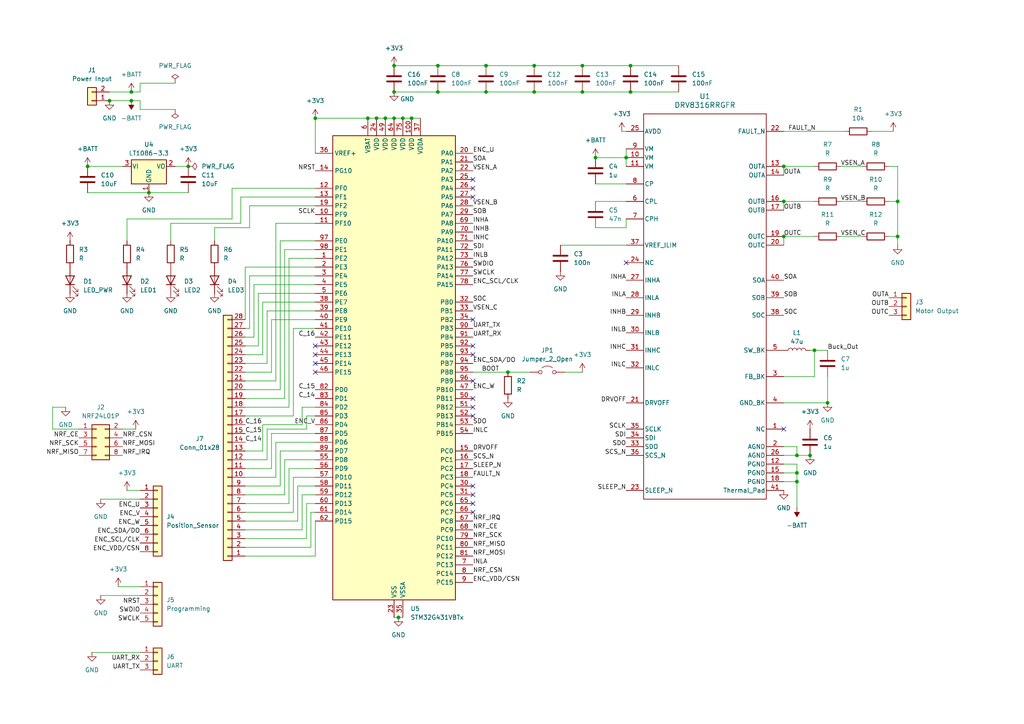
<source format=kicad_sch>
(kicad_sch (version 20231120) (generator "eeschema") (generator_version "8.0")
  (paper "A4")
  (junction (at 231.14 132.08))
  (junction (at 154.94 26.67))
  (junction (at 154.94 19.05))
  (junction (at 234.95 132.08))
  (junction (at 119.38 34.29))
  (junction (at 43.18 55.88))
  (junction (at 260.35 58.42))
  (junction (at 147.32 107.95))
  (junction (at 31.75 29.21))
  (junction (at 140.97 26.67))
  (junction (at 25.4 48.26))
  (junction (at 231.14 139.7))
  (junction (at 168.91 26.67))
  (junction (at 38.1 29.21))
  (junction (at 240.03 116.84))
  (junction (at 91.44 34.29))
  (junction (at 236.22 101.6))
  (junction (at 182.88 26.67))
  (junction (at 114.3 34.29))
  (junction (at 172.72 45.72))
  (junction (at 106.68 34.29))
  (junction (at 116.84 34.29))
  (junction (at 181.61 45.72))
  (junction (at 227.33 68.58))
  (junction (at 227.33 58.42))
  (junction (at 260.35 68.58))
  (junction (at 114.3 26.67))
  (junction (at 182.88 19.05))
  (junction (at 38.1 26.67))
  (junction (at 115.57 179.07))
  (junction (at 127 26.67))
  (junction (at 231.14 137.16))
  (junction (at 111.76 34.29))
  (junction (at 227.33 48.26))
  (junction (at 109.22 34.29))
  (junction (at 140.97 19.05))
  (junction (at 114.3 19.05))
  (junction (at 127 19.05))
  (junction (at 168.91 19.05))
  (junction (at 54.61 48.26))
  (no_connect (at 137.16 140.97))
  (no_connect (at 181.61 76.2))
  (no_connect (at 137.16 110.49))
  (no_connect (at 137.16 120.65))
  (no_connect (at 91.44 105.41))
  (no_connect (at 91.44 107.95))
  (no_connect (at 137.16 54.61))
  (no_connect (at 137.16 148.59))
  (no_connect (at 91.44 102.87))
  (no_connect (at 137.16 100.33))
  (no_connect (at 137.16 146.05))
  (no_connect (at 137.16 102.87))
  (no_connect (at 91.44 100.33))
  (no_connect (at 137.16 92.71))
  (no_connect (at 137.16 115.57))
  (no_connect (at 137.16 118.11))
  (no_connect (at 227.33 124.46))
  (no_connect (at 137.16 52.07))
  (no_connect (at 137.16 57.15))
  (no_connect (at 137.16 143.51))
  (wire (pts (xy 15.24 124.46) (xy 22.86 124.46)))
  (wire (pts (xy 67.31 54.61) (xy 67.31 63.5)))
  (wire (pts (xy 91.44 138.43) (xy 85.09 138.43)))
  (wire (pts (xy 91.44 34.29) (xy 106.68 34.29)))
  (wire (pts (xy 114.3 26.67) (xy 127 26.67)))
  (wire (pts (xy 82.55 115.57) (xy 71.12 115.57)))
  (wire (pts (xy 115.57 179.07) (xy 116.84 179.07)))
  (wire (pts (xy 243.84 68.58) (xy 250.19 68.58)))
  (wire (pts (xy 82.55 133.35) (xy 82.55 143.51)))
  (wire (pts (xy 87.63 143.51) (xy 87.63 153.67)))
  (wire (pts (xy 72.39 95.25) (xy 72.39 80.01)))
  (wire (pts (xy 25.4 55.88) (xy 43.18 55.88)))
  (wire (pts (xy 91.44 148.59) (xy 90.17 148.59)))
  (wire (pts (xy 71.12 95.25) (xy 72.39 95.25)))
  (wire (pts (xy 25.4 48.26) (xy 35.56 48.26)))
  (wire (pts (xy 73.66 97.79) (xy 73.66 82.55)))
  (wire (pts (xy 76.2 102.87) (xy 76.2 87.63)))
  (wire (pts (xy 227.33 60.96) (xy 227.33 58.42)))
  (wire (pts (xy 26.67 189.23) (xy 40.64 189.23)))
  (wire (pts (xy 154.94 26.67) (xy 168.91 26.67)))
  (wire (pts (xy 91.44 120.65) (xy 88.9 120.65)))
  (wire (pts (xy 127 19.05) (xy 140.97 19.05)))
  (wire (pts (xy 240.03 101.6) (xy 236.22 101.6)))
  (wire (pts (xy 91.44 140.97) (xy 86.36 140.97)))
  (wire (pts (xy 260.35 58.42) (xy 257.81 58.42)))
  (wire (pts (xy 80.01 128.27) (xy 80.01 138.43)))
  (wire (pts (xy 91.44 118.11) (xy 87.63 118.11)))
  (wire (pts (xy 81.28 130.81) (xy 81.28 140.97)))
  (wire (pts (xy 227.33 68.58) (xy 227.33 71.12)))
  (wire (pts (xy 182.88 26.67) (xy 196.85 26.67)))
  (wire (pts (xy 29.21 172.72) (xy 40.64 172.72)))
  (wire (pts (xy 111.76 34.29) (xy 114.3 34.29)))
  (wire (pts (xy 181.61 43.18) (xy 181.61 45.72)))
  (wire (pts (xy 91.44 143.51) (xy 87.63 143.51)))
  (wire (pts (xy 38.1 26.67) (xy 31.75 26.67)))
  (wire (pts (xy 111.76 34.29) (xy 109.22 34.29)))
  (wire (pts (xy 91.44 135.89) (xy 83.82 135.89)))
  (wire (pts (xy 38.1 26.67) (xy 40.64 26.67)))
  (wire (pts (xy 231.14 147.32) (xy 231.14 139.7)))
  (wire (pts (xy 29.21 144.78) (xy 40.64 144.78)))
  (wire (pts (xy 127 26.67) (xy 140.97 26.67)))
  (wire (pts (xy 83.82 74.93) (xy 83.82 118.11)))
  (wire (pts (xy 260.35 71.12) (xy 260.35 68.58)))
  (wire (pts (xy 86.36 151.13) (xy 71.12 151.13)))
  (wire (pts (xy 86.36 140.97) (xy 86.36 151.13)))
  (wire (pts (xy 71.12 102.87) (xy 76.2 102.87)))
  (wire (pts (xy 76.2 87.63) (xy 91.44 87.63)))
  (wire (pts (xy 260.35 48.26) (xy 257.81 48.26)))
  (wire (pts (xy 87.63 118.11) (xy 87.63 123.19)))
  (wire (pts (xy 114.3 19.05) (xy 127 19.05)))
  (wire (pts (xy 69.85 57.15) (xy 69.85 64.77)))
  (wire (pts (xy 227.33 50.8) (xy 227.33 48.26)))
  (wire (pts (xy 88.9 146.05) (xy 88.9 156.21)))
  (wire (pts (xy 72.39 59.69) (xy 91.44 59.69)))
  (wire (pts (xy 40.64 31.75) (xy 40.64 29.21)))
  (wire (pts (xy 81.28 113.03) (xy 71.12 113.03)))
  (wire (pts (xy 109.22 34.29) (xy 106.68 34.29)))
  (wire (pts (xy 240.03 109.22) (xy 240.03 116.84)))
  (wire (pts (xy 119.38 34.29) (xy 121.92 34.29)))
  (wire (pts (xy 91.44 128.27) (xy 80.01 128.27)))
  (wire (pts (xy 91.44 69.85) (xy 81.28 69.85)))
  (wire (pts (xy 34.29 170.18) (xy 40.64 170.18)))
  (wire (pts (xy 172.72 53.34) (xy 181.61 53.34)))
  (wire (pts (xy 88.9 120.65) (xy 88.9 124.46)))
  (wire (pts (xy 72.39 66.04) (xy 72.39 59.69)))
  (wire (pts (xy 15.24 118.11) (xy 15.24 124.46)))
  (wire (pts (xy 231.14 129.54) (xy 231.14 132.08)))
  (wire (pts (xy 78.74 125.73) (xy 78.74 135.89)))
  (wire (pts (xy 227.33 109.22) (xy 236.22 109.22)))
  (wire (pts (xy 91.44 151.13) (xy 91.44 161.29)))
  (wire (pts (xy 243.84 48.26) (xy 250.19 48.26)))
  (wire (pts (xy 71.12 105.41) (xy 77.47 105.41)))
  (wire (pts (xy 140.97 19.05) (xy 154.94 19.05)))
  (wire (pts (xy 231.14 132.08) (xy 227.33 132.08)))
  (wire (pts (xy 162.56 71.12) (xy 181.61 71.12)))
  (wire (pts (xy 69.85 64.77) (xy 49.53 64.77)))
  (wire (pts (xy 40.64 31.75) (xy 50.8 31.75)))
  (wire (pts (xy 91.44 130.81) (xy 81.28 130.81)))
  (wire (pts (xy 227.33 116.84) (xy 240.03 116.84)))
  (wire (pts (xy 77.47 90.17) (xy 91.44 90.17)))
  (wire (pts (xy 85.09 120.65) (xy 71.12 120.65)))
  (wire (pts (xy 78.74 107.95) (xy 78.74 92.71)))
  (wire (pts (xy 71.12 77.47) (xy 91.44 77.47)))
  (wire (pts (xy 231.14 132.08) (xy 234.95 132.08)))
  (wire (pts (xy 91.44 54.61) (xy 67.31 54.61)))
  (wire (pts (xy 168.91 26.67) (xy 182.88 26.67)))
  (wire (pts (xy 85.09 148.59) (xy 71.12 148.59)))
  (wire (pts (xy 78.74 92.71) (xy 91.44 92.71)))
  (wire (pts (xy 259.08 38.1) (xy 252.73 38.1)))
  (wire (pts (xy 76.2 130.81) (xy 71.12 130.81)))
  (wire (pts (xy 36.83 63.5) (xy 36.83 69.85)))
  (wire (pts (xy 227.33 48.26) (xy 236.22 48.26)))
  (wire (pts (xy 119.38 34.29) (xy 116.84 34.29)))
  (wire (pts (xy 71.12 92.71) (xy 71.12 77.47)))
  (wire (pts (xy 81.28 69.85) (xy 81.28 113.03)))
  (wire (pts (xy 172.72 58.42) (xy 181.61 58.42)))
  (wire (pts (xy 168.91 19.05) (xy 182.88 19.05)))
  (wire (pts (xy 62.23 66.04) (xy 72.39 66.04)))
  (wire (pts (xy 80.01 64.77) (xy 80.01 110.49)))
  (wire (pts (xy 180.34 38.1) (xy 181.61 38.1)))
  (wire (pts (xy 90.17 158.75) (xy 71.12 158.75)))
  (wire (pts (xy 76.2 123.19) (xy 76.2 130.81)))
  (wire (pts (xy 71.12 100.33) (xy 74.93 100.33)))
  (wire (pts (xy 31.75 29.21) (xy 38.1 29.21)))
  (wire (pts (xy 83.82 135.89) (xy 83.82 146.05)))
  (wire (pts (xy 91.44 74.93) (xy 83.82 74.93)))
  (wire (pts (xy 182.88 19.05) (xy 196.85 19.05)))
  (wire (pts (xy 172.72 66.04) (xy 181.61 66.04)))
  (wire (pts (xy 80.01 110.49) (xy 71.12 110.49)))
  (wire (pts (xy 90.17 148.59) (xy 90.17 158.75)))
  (wire (pts (xy 91.44 95.25) (xy 85.09 95.25)))
  (wire (pts (xy 87.63 123.19) (xy 76.2 123.19)))
  (wire (pts (xy 172.72 45.72) (xy 181.61 45.72)))
  (wire (pts (xy 231.14 134.62) (xy 231.14 137.16)))
  (wire (pts (xy 245.11 38.1) (xy 227.33 38.1)))
  (wire (pts (xy 71.12 97.79) (xy 73.66 97.79)))
  (wire (pts (xy 67.31 63.5) (xy 36.83 63.5)))
  (wire (pts (xy 231.14 139.7) (xy 227.33 139.7)))
  (wire (pts (xy 35.56 124.46) (xy 39.37 124.46)))
  (wire (pts (xy 77.47 124.46) (xy 77.47 133.35)))
  (wire (pts (xy 181.61 45.72) (xy 181.61 48.26)))
  (wire (pts (xy 74.93 85.09) (xy 91.44 85.09)))
  (wire (pts (xy 236.22 101.6) (xy 234.95 101.6)))
  (wire (pts (xy 91.44 64.77) (xy 80.01 64.77)))
  (wire (pts (xy 114.3 179.07) (xy 115.57 179.07)))
  (wire (pts (xy 154.94 19.05) (xy 168.91 19.05)))
  (wire (pts (xy 77.47 105.41) (xy 77.47 90.17)))
  (wire (pts (xy 82.55 72.39) (xy 82.55 115.57)))
  (wire (pts (xy 49.53 64.77) (xy 49.53 69.85)))
  (wire (pts (xy 74.93 100.33) (xy 74.93 85.09)))
  (wire (pts (xy 83.82 118.11) (xy 71.12 118.11)))
  (wire (pts (xy 116.84 34.29) (xy 114.3 34.29)))
  (wire (pts (xy 71.12 107.95) (xy 78.74 107.95)))
  (wire (pts (xy 91.44 57.15) (xy 69.85 57.15)))
  (wire (pts (xy 80.01 138.43) (xy 71.12 138.43)))
  (wire (pts (xy 236.22 101.6) (xy 236.22 109.22)))
  (wire (pts (xy 71.12 133.35) (xy 77.47 133.35)))
  (wire (pts (xy 260.35 68.58) (xy 257.81 68.58)))
  (wire (pts (xy 36.83 142.24) (xy 40.64 142.24)))
  (wire (pts (xy 62.23 69.85) (xy 62.23 66.04)))
  (wire (pts (xy 147.32 107.95) (xy 153.67 107.95)))
  (wire (pts (xy 91.44 125.73) (xy 78.74 125.73)))
  (wire (pts (xy 88.9 124.46) (xy 77.47 124.46)))
  (wire (pts (xy 227.33 134.62) (xy 231.14 134.62)))
  (wire (pts (xy 243.84 58.42) (xy 250.19 58.42)))
  (wire (pts (xy 19.05 118.11) (xy 15.24 118.11)))
  (wire (pts (xy 227.33 58.42) (xy 236.22 58.42)))
  (wire (pts (xy 163.83 107.95) (xy 168.91 107.95)))
  (wire (pts (xy 91.44 34.29) (xy 91.44 44.45)))
  (wire (pts (xy 181.61 66.04) (xy 181.61 63.5)))
  (wire (pts (xy 91.44 161.29) (xy 71.12 161.29)))
  (wire (pts (xy 91.44 146.05) (xy 88.9 146.05)))
  (wire (pts (xy 40.64 26.67) (xy 40.64 24.13)))
  (wire (pts (xy 82.55 143.51) (xy 71.12 143.51)))
  (wire (pts (xy 81.28 140.97) (xy 71.12 140.97)))
  (wire (pts (xy 137.16 107.95) (xy 147.32 107.95)))
  (wire (pts (xy 87.63 153.67) (xy 71.12 153.67)))
  (wire (pts (xy 88.9 156.21) (xy 71.12 156.21)))
  (wire (pts (xy 73.66 82.55) (xy 91.44 82.55)))
  (wire (pts (xy 40.64 24.13) (xy 50.8 24.13)))
  (wire (pts (xy 50.8 48.26) (xy 54.61 48.26)))
  (wire (pts (xy 38.1 29.21) (xy 40.64 29.21)))
  (wire (pts (xy 78.74 135.89) (xy 71.12 135.89)))
  (wire (pts (xy 227.33 137.16) (xy 231.14 137.16)))
  (wire (pts (xy 227.33 129.54) (xy 231.14 129.54)))
  (wire (pts (xy 91.44 133.35) (xy 82.55 133.35)))
  (wire (pts (xy 260.35 48.26) (xy 260.35 58.42)))
  (wire (pts (xy 72.39 80.01) (xy 91.44 80.01)))
  (wire (pts (xy 43.18 55.88) (xy 54.61 55.88)))
  (wire (pts (xy 227.33 68.58) (xy 236.22 68.58)))
  (wire (pts (xy 85.09 95.25) (xy 85.09 120.65)))
  (wire (pts (xy 140.97 26.67) (xy 154.94 26.67)))
  (wire (pts (xy 83.82 146.05) (xy 71.12 146.05)))
  (wire (pts (xy 82.55 72.39) (xy 91.44 72.39)))
  (wire (pts (xy 260.35 58.42) (xy 260.35 68.58)))
  (wire (pts (xy 231.14 137.16) (xy 231.14 139.7)))
  (wire (pts (xy 85.09 138.43) (xy 85.09 148.59)))
  (label "INLB" (at 181.61 96.52 180))
  (label "SWCLK" (at 40.64 180.34 180))
  (label "SOC" (at 137.16 87.63 0))
  (label "SWDIO" (at 137.16 77.47 0))
  (label "SLEEP_N" (at 137.16 135.89 0))
  (label "ENC_SCL{slash}CLK" (at 137.16 82.55 0))
  (label "VSEN_B" (at 243.84 58.42 0))
  (label "Buck_Out" (at 240.03 101.6 0))
  (label "ENC_V" (at 91.44 123.19 180))
  (label "NRF_SCK" (at 22.86 129.54 180))
  (label "INHC" (at 137.16 69.85 0))
  (label "SOA" (at 227.33 81.28 0))
  (label "SWDIO" (at 40.64 177.8 180))
  (label "INHA" (at 181.61 81.28 180))
  (label "OUTA" (at 257.81 86.36 180))
  (label "INLC" (at 137.16 125.73 0))
  (label "ENC_U" (at 40.64 147.32 180))
  (label "NRST" (at 40.64 175.26 180))
  (label "SCS_N" (at 181.61 132.08 180))
  (label "NRF_CE" (at 137.16 153.67 0))
  (label "OUTB" (at 257.81 88.9 180))
  (label "OUTC" (at 227.33 68.58 0))
  (label "ENC_SDA{slash}DO" (at 40.64 154.94 180))
  (label "INLB" (at 137.16 74.93 0))
  (label "VSEN_C" (at 243.84 68.58 0))
  (label "NRF_SCK" (at 137.16 156.21 0))
  (label "C_14" (at 91.44 115.57 180))
  (label "SLEEP_N" (at 181.61 142.24 180))
  (label "C_15" (at 71.12 125.73 0))
  (label "ENC_VDD{slash}CSN" (at 40.64 160.02 180))
  (label "INHB" (at 137.16 67.31 0))
  (label "ENC_V" (at 40.64 149.86 180))
  (label "UART_TX" (at 137.16 95.25 0))
  (label "NRF_CE" (at 22.86 127 180))
  (label "SDI" (at 181.61 127 180))
  (label "OUTA" (at 227.33 50.8 0))
  (label "NRF_IRQ" (at 35.56 132.08 0))
  (label "ENC_SCL{slash}CLK" (at 40.64 157.48 180))
  (label "SCLK" (at 181.61 124.46 180))
  (label "NRF_CSN" (at 137.16 166.37 0))
  (label "NRF_MISO" (at 137.16 158.75 0))
  (label "SDO" (at 137.16 123.19 0))
  (label "INLA" (at 137.16 163.83 0))
  (label "ENC_W" (at 137.16 113.03 0))
  (label "ENC_U" (at 137.16 44.45 0))
  (label "SOC" (at 227.33 91.44 0))
  (label "SDI" (at 137.16 72.39 0))
  (label "INHA" (at 137.16 64.77 0))
  (label "FAULT_N" (at 228.6 38.1 0))
  (label "VSEN_B" (at 137.16 59.69 0))
  (label "INHB" (at 181.61 91.44 180))
  (label "SWCLK" (at 137.16 80.01 0))
  (label "NRF_CSN" (at 35.56 127 0))
  (label "VSEN_C" (at 137.16 90.17 0))
  (label "SOB" (at 227.33 86.36 0))
  (label "VSEN_A" (at 243.84 48.26 0))
  (label "VSEN_A" (at 137.16 49.53 0))
  (label "SCLK" (at 91.44 62.23 180))
  (label "NRF_MOSI" (at 137.16 161.29 0))
  (label "SCS_N" (at 137.16 133.35 0))
  (label "NRF_MISO" (at 22.86 132.08 180))
  (label "UART_TX" (at 40.64 194.31 180))
  (label "DRVOFF" (at 181.61 116.84 180))
  (label "UART_RX" (at 137.16 97.79 0))
  (label "INLA" (at 181.61 86.36 180))
  (label "INHC" (at 181.61 101.6 180))
  (label "SDO" (at 181.61 129.54 180))
  (label "INLC" (at 181.61 106.68 180))
  (label "UART_RX" (at 40.64 191.77 180))
  (label "NRF_MOSI" (at 35.56 129.54 0))
  (label "ENC_W" (at 40.64 152.4 180))
  (label "DRVOFF" (at 137.16 130.81 0))
  (label "OUTB" (at 227.33 60.96 0))
  (label "ENC_VDD{slash}CSN" (at 137.16 168.91 0))
  (label "BOOT" (at 139.7 107.95 0))
  (label "FAULT_N" (at 137.16 138.43 0))
  (label "C_16" (at 71.12 123.19 0))
  (label "C_14" (at 71.12 128.27 0))
  (label "SOB" (at 137.16 62.23 0))
  (label "SOA" (at 137.16 46.99 0))
  (label "NRF_IRQ" (at 137.16 151.13 0))
  (label "C_16" (at 91.44 97.79 180))
  (label "ENC_SDA{slash}DO" (at 137.16 105.41 0))
  (label "NRST" (at 91.44 49.53 180))
  (label "C_15" (at 91.44 113.03 180))
  (label "OUTC" (at 257.81 91.44 180))
  (symbol (lib_id "power:GND") (at 147.32 115.57 0) (unit 1)
    (property "Reference" "#PWR026" (effects (hide yes)))
    (property "Value" "GND" (at 147.32 120.65 0))
    (property "Description" "Power symbol creates a global label with name \"GND\" , ground" (effects (hide yes)))
  )
  (symbol (lib_id "power:GND") (at 234.95 132.08 0) (unit 1)
    (property "Reference" "#PWR09" (effects (hide yes)))
    (property "Value" "GND" (at 234.95 137.16 0))
    (property "Description" "Power symbol creates a global label with name \"GND\" , ground" (effects (hide yes)))
  )
  (symbol (lib_id "power:GND") (at 240.03 116.84 0) (unit 1)
    (property "Reference" "#PWR011" (effects (hide yes)))
    (property "Value" "GND" (at 240.03 121.92 0))
    (property "Description" "Power symbol creates a global label with name \"GND\" , ground" (effects (hide yes)))
  )
  (symbol (lib_id "power:PWR_FLAG") (at 50.8 31.75 180) (unit 1)
    (property "Reference" "#FLG02" (effects (hide yes)))
    (property "Value" "PWR_FLAG" (at 50.8 36.83 0))
    (property "Description" "Special symbol for telling ERC where power comes from" (effects (hide yes)))
  )
  (symbol (lib_id "power:GND") (at 26.67 189.23 0) (unit 1)
    (property "Reference" "#PWR020" (effects (hide yes)))
    (property "Value" "GND" (at 26.67 194.31 0))
    (property "Description" "Power symbol creates a global label with name \"GND\" , ground" (effects (hide yes)))
  )
  (symbol (lib_id "Connector_Generic:Conn_01x03") (at 262.89 88.9 0) (unit 1)
    (property "Reference" "J3" (at 265.43 87.6299 0) (effects (justify left)))
    (property "Value" "Motor Output" (at 265.43 90.17 0) (effects (justify left)))
    (property "Footprint" "Connector_PinHeader_2.54mm:PinHeader_1x03_P2.54mm_Vertical" (effects (hide yes)))
    (property "Description" "Generic connector, single row, 01x03, script generated (kicad-library-utils/schlib/autogen/connector/)" (effects (hide yes)))
  )
  (symbol (lib_id "Device:C") (at 54.61 52.07 0) (unit 1)
    (property "Reference" "C11" (at 58.42 50.7999 0) (effects (justify left)))
    (property "Value" "10uF" (at 58.42 53.3399 0) (effects (justify left)))
    (property "Footprint" "Capacitor_Tantalum_SMD:CP_EIA-6032-28_Kemet-C_Pad2.25x2.35mm_HandSolder" (effects (hide yes)))
    (property "Datasheet" "https://content.kemet.com/datasheets/KEM_T2005_T491.pdf" (effects (hide yes)))
    (property "Description" "https://www.digikey.com/en/products/detail/kemet/T491C106M025AT7280/3759639" (effects (hide yes)))
  )
  (symbol (lib_id "power:GND") (at 36.83 85.09 0) (unit 1)
    (property "Reference" "#PWR014" (effects (hide yes)))
    (property "Value" "GND" (at 36.83 90.17 0))
    (property "Description" "Power symbol creates a global label with name \"GND\" , ground" (effects (hide yes)))
  )
  (symbol (lib_id "Device:LED") (at 36.83 81.28 90) (unit 1)
    (property "Reference" "D2" (at 40.64 81.5974 90) (effects (justify right)))
    (property "Value" "LED1" (at 40.64 84.1374 90) (effects (justify right)))
    (property "Footprint" "LED_SMD:LED_2512_6332Metric_Pad1.52x3.35mm_HandSolder" (effects (hide yes)))
    (property "Description" "Light emitting diode" (effects (hide yes)))
  )
  (symbol (lib_id "power:+3V3") (at 54.61 48.26 0) (unit 1)
    (property "Reference" "#PWR022" (effects (hide yes)))
    (property "Value" "+3V3" (at 54.61 43.18 0))
    (property "Description" "Power symbol creates a global label with name \"+3V3\"" (effects (hide yes)))
  )
  (symbol (lib_id "power:+3V3") (at 114.3 19.05 0) (unit 1)
    (property "Reference" "#PWR017" (effects (hide yes)))
    (property "Value" "+3V3" (at 114.3 13.97 0))
    (property "Description" "Power symbol creates a global label with name \"+3V3\"" (effects (hide yes)))
  )
  (symbol (lib_id "Device:R") (at 49.53 73.66 0) (unit 1)
    (property "Reference" "R5" (at 52.07 72.3899 0) (effects (justify left)))
    (property "Value" "R" (at 52.07 74.9299 0) (effects (justify left)))
    (property "Footprint" "LED_SMD:LED_0805_2012Metric_Pad1.15x1.40mm_HandSolder" (effects (hide yes)))
    (property "Description" "Resistor" (effects (hide yes)))
  )
  (symbol (lib_id "power:-BATT") (at 231.14 147.32 180) (unit 1)
    (property "Reference" "#PWR07" (effects (hide yes)))
    (property "Value" "-BATT" (at 231.14 152.4 0))
    (property "Description" "Power symbol creates a global label with name \"-BATT\"" (effects (hide yes)))
  )
  (symbol (lib_id "power:GND") (at 31.75 29.21 0) (unit 1)
    (property "Reference" "#PWR016" (effects (hide yes)))
    (property "Value" "GND" (at 31.75 34.29 0))
    (property "Description" "Power symbol creates a global label with name \"GND\" , ground" (effects (hide yes)))
  )
  (symbol (lib_id "Device:C") (at 234.95 128.27 0) (unit 1)
    (property "Reference" "C6" (at 238.76 126.9999 0) (effects (justify left)))
    (property "Value" "1u" (at 238.76 129.5399 0) (effects (justify left)))
    (property "Footprint" "Capacitor_SMD:C_0805_2012Metric_Pad1.18x1.45mm_HandSolder" (effects (hide yes)))
    (property "Description" "Unpolarized capacitor" (effects (hide yes)))
  )
  (symbol (lib_id "Device:C") (at 25.4 52.07 0) (unit 1)
    (property "Reference" "C10" (at 29.21 50.7999 0) (effects (justify left)))
    (property "Value" "10uF" (at 29.21 53.3399 0) (effects (justify left)))
    (property "Footprint" "Capacitor_Tantalum_SMD:CP_EIA-6032-28_Kemet-C_Pad2.25x2.35mm_HandSolder" (effects (hide yes)))
    (property "Datasheet" "https://content.kemet.com/datasheets/KEM_T2005_T491.pdf" (effects (hide yes)))
    (property "Description" "https://www.digikey.com/en/products/detail/kemet/T491C106M025AT7280/3759639" (effects (hide yes)))
  )
  (symbol (lib_id "Connector_Generic:Conn_01x03") (at 45.72 191.77 0) (unit 1)
    (property "Reference" "J6" (at 48.26 190.4999 0) (effects (justify left)))
    (property "Value" "UART" (at 48.26 193.0399 0) (effects (justify left)))
    (property "Footprint" "Connector_PinHeader_2.54mm:PinHeader_1x03_P2.54mm_Vertical" (effects (hide yes)))
    (property "Description" "Generic connector, single row, 01x03, script generated (kicad-library-utils/schlib/autogen/connector/)" (effects (hide yes)))
  )
  (symbol (lib_id "MCU_ST_STM32G4:STM32G431VBTx") (at 114.3 107.95 0) (unit 1)
    (property "Reference" "U5" (at 119.0341 176.53 0) (effects (justify left)))
    (property "Value" "STM32G431VBTx" (at 119.0341 179.07 0) (effects (justify left)))
    (property "Footprint" "Package_QFP:LQFP-100_14x14mm_P0.5mm" (effects (hide yes)))
    (property "Datasheet" "https://www.st.com/resource/en/datasheet/stm32g431vb.pdf" (effects (hide yes)))
    (property "Description" "STMicroelectronics Arm Cortex-M4 MCU, 128KB flash, 32KB RAM, 170 MHz, 1.71-3.6V, 86 GPIO, LQFP100" (effects (hide yes)))
  )
  (symbol (lib_id "Jumper:Jumper_2_Open") (at 158.75 107.95 0) (unit 1) (exclude_from_sim yes)
    (property "Reference" "JP1" (at 158.75 101.6 0))
    (property "Value" "Jumper_2_Open" (at 158.75 104.14 0))
    (property "Footprint" "Jumper:SolderJumper-2_P1.3mm_Open_RoundedPad1.0x1.5mm" (effects (hide yes)))
    (property "Description" "Jumper, 2-pole, open" (effects (hide yes)))
  )
  (symbol (lib_id "power:+3V3") (at 34.29 170.18 0) (unit 1)
    (property "Reference" "#PWR027" (effects (hide yes)))
    (property "Value" "+3V3" (at 34.29 165.1 0))
    (property "Description" "Power symbol creates a global label with name \"+3V3\"" (effects (hide yes)))
  )
  (symbol (lib_id "Device:C") (at 172.72 62.23 0) (unit 1)
    (property "Reference" "C5" (at 176.53 60.9599 0) (effects (justify left)))
    (property "Value" "47n" (at 176.53 63.4999 0) (effects (justify left)))
    (property "Footprint" "Capacitor_SMD:C_0805_2012Metric_Pad1.18x1.45mm_HandSolder" (effects (hide yes)))
    (property "Description" "Unpolarized capacitor" (effects (hide yes)))
  )
  (symbol (lib_id "Device:R") (at 240.03 48.26 90) (unit 1)
    (property "Reference" "R7" (at 240.03 41.91 90))
    (property "Value" "R" (at 240.03 44.45 90))
    (property "Footprint" "LED_SMD:LED_0805_2012Metric_Pad1.15x1.40mm_HandSolder" (effects (hide yes)))
    (property "Description" "Resistor" (effects (hide yes)))
  )
  (symbol (lib_id "power:+3V3") (at 168.91 107.95 0) (unit 1)
    (property "Reference" "#PWR025" (effects (hide yes)))
    (property "Value" "+3V3" (at 168.91 102.87 0))
    (property "Description" "Power symbol creates a global label with name \"+3V3\"" (effects (hide yes)))
  )
  (symbol (lib_id "Connector_Generic:Conn_01x28") (at 66.04 128.27 180) (unit 1)
    (property "Reference" "J7" (at 57.912 127.254 0))
    (property "Value" "Conn_01x28" (at 57.912 129.794 0))
    (property "Footprint" "Connector_PinHeader_2.54mm:PinHeader_1x28_P2.54mm_Vertical" (effects (hide yes)))
    (property "Description" "Generic connector, single row, 01x28, script generated (kicad-library-utils/schlib/autogen/connector/)" (effects (hide yes)))
  )
  (symbol (lib_id "Device:LED") (at 62.23 81.28 90) (unit 1)
    (property "Reference" "D4" (at 66.04 81.5974 90) (effects (justify right)))
    (property "Value" "LED3" (at 66.04 84.1374 90) (effects (justify right)))
    (property "Footprint" "LED_SMD:LED_2512_6332Metric_Pad1.52x3.35mm_HandSolder" (effects (hide yes)))
    (property "Description" "Light emitting diode" (effects (hide yes)))
  )
  (symbol (lib_id "Device:C") (at 182.88 22.86 0) (unit 1)
    (property "Reference" "C14" (at 186.69 21.5899 0) (effects (justify left)))
    (property "Value" "100nF" (at 186.69 24.1299 0) (effects (justify left)))
    (property "Footprint" "Capacitor_SMD:C_0805_2012Metric_Pad1.18x1.45mm_HandSolder" (effects (hide yes)))
    (property "Description" "Unpolarized capacitor" (effects (hide yes)))
  )
  (symbol (lib_id "Device:C") (at 196.85 22.86 0) (unit 1)
    (property "Reference" "C15" (at 200.66 21.5899 0) (effects (justify left)))
    (property "Value" "100nF" (at 200.66 24.1299 0) (effects (justify left)))
    (property "Footprint" "Capacitor_SMD:C_0805_2012Metric_Pad1.18x1.45mm_HandSolder" (effects (hide yes)))
    (property "Description" "Unpolarized capacitor" (effects (hide yes)))
  )
  (symbol (lib_id "power:GND") (at 43.18 55.88 0) (unit 1)
    (property "Reference" "#PWR018" (effects (hide yes)))
    (property "Value" "GND" (at 43.18 60.96 0))
    (property "Description" "Power symbol creates a global label with name \"GND\" , ground" (effects (hide yes)))
  )
  (symbol (lib_id "Device:L") (at 231.14 101.6 90) (unit 1)
    (property "Reference" "L1" (at 231.14 96.52 90))
    (property "Value" "47u" (at 231.14 99.06 90))
    (property "Footprint" "Inductor_SMD:L_0603_1608Metric" (effects (hide yes)))
    (property "Datasheet" "https://mm.digikey.com/Volume0/opasdata/d220001/medias/docus/610/LB3218T470K_SS.pdf" (effects (hide yes)))
    (property "Description" "Inductor" (effects (hide yes)))
  )
  (symbol (lib_id "Device:LED") (at 20.32 81.28 90) (unit 1)
    (property "Reference" "D1" (at 24.13 81.5974 90) (effects (justify right)))
    (property "Value" "LED_PWR" (at 24.13 84.1374 90) (effects (justify right)))
    (property "Footprint" "LED_SMD:LED_2512_6332Metric_Pad1.52x3.35mm_HandSolder" (effects (hide yes)))
    (property "Description" "Light emitting diode" (effects (hide yes)))
  )
  (symbol (lib_id "ECE395:DRV8316RRGFR") (at 181.61 38.1 0) (unit 1)
    (property "Reference" "U1" (at 204.47 27.94 0) (effects (font (size 1.524 1.524))))
    (property "Value" "DRV8316RRGFR" (at 204.47 30.48 0) (effects (font (size 1.524 1.524))))
    (property "Footprint" "ECE395:RGF0040E-IPC_A" (effects (hide yes)))
    (property "Datasheet" "DRV8316RRGFR" (effects (hide yes)))
  )
  (symbol (lib_id "Connector_Generic:Conn_01x02") (at 26.67 29.21 180) (unit 1)
    (property "Reference" "J1" (at 26.67 20.32 0))
    (property "Value" "Power Input" (at 26.67 22.86 0))
    (property "Footprint" "Connector_AMASS:AMASS_XT30UPB-M_1x02_P5.0mm_Vertical" (effects (hide yes)))
    (property "Description" "Generic connector, single row, 01x02, script generated (kicad-library-utils/schlib/autogen/connector/)" (effects (hide yes)))
  )
  (symbol (lib_id "Device:C") (at 168.91 22.86 0) (unit 1)
    (property "Reference" "C13" (at 172.72 21.5899 0) (effects (justify left)))
    (property "Value" "100nF" (at 172.72 24.1299 0) (effects (justify left)))
    (property "Footprint" "Capacitor_SMD:C_0805_2012Metric_Pad1.18x1.45mm_HandSolder" (effects (hide yes)))
    (property "Description" "Unpolarized capacitor" (effects (hide yes)))
  )
  (symbol (lib_id "Device:C") (at 162.56 74.93 0) (unit 1)
    (property "Reference" "C3" (at 166.37 73.6599 0) (effects (justify left)))
    (property "Value" "100n" (at 166.37 76.1999 0) (effects (justify left)))
    (property "Footprint" "Capacitor_SMD:C_0805_2012Metric_Pad1.18x1.45mm_HandSolder" (effects (hide yes)))
    (property "Description" "Unpolarized capacitor" (effects (hide yes)))
  )
  (symbol (lib_id "power:GND") (at 227.33 142.24 0) (unit 1)
    (property "Reference" "#PWR06" (effects (hide yes)))
    (property "Value" "GND" (at 227.33 147.32 0))
    (property "Description" "Power symbol creates a global label with name \"GND\" , ground" (effects (hide yes)))
  )
  (symbol (lib_id "power:+3V3") (at 234.95 124.46 0) (unit 1)
    (property "Reference" "#PWR08" (effects (hide yes)))
    (property "Value" "+3V3" (at 234.95 119.38 0))
    (property "Description" "Power symbol creates a global label with name \"+3V3\"" (effects (hide yes)))
  )
  (symbol (lib_id "power:GND") (at 49.53 85.09 0) (unit 1)
    (property "Reference" "#PWR015" (effects (hide yes)))
    (property "Value" "GND" (at 49.53 90.17 0))
    (property "Description" "Power symbol creates a global label with name \"GND\" , ground" (effects (hide yes)))
  )
  (symbol (lib_id "power:+3V3") (at 36.83 142.24 0) (unit 1)
    (property "Reference" "#PWR032" (effects (hide yes)))
    (property "Value" "+3V3" (at 36.83 137.16 0))
    (property "Description" "Power symbol creates a global label with name \"+3V3\"" (effects (hide yes)))
  )
  (symbol (lib_id "Device:R") (at 254 58.42 270) (unit 1)
    (property "Reference" "R10" (at 254 52.07 90))
    (property "Value" "R" (at 254 54.61 90))
    (property "Footprint" "LED_SMD:LED_0805_2012Metric_Pad1.15x1.40mm_HandSolder" (effects (hide yes)))
    (property "Description" "Resistor" (effects (hide yes)))
  )
  (symbol (lib_id "Device:C") (at 127 22.86 0) (unit 1)
    (property "Reference" "C8" (at 130.81 21.5899 0) (effects (justify left)))
    (property "Value" "100nF" (at 130.81 24.1299 0) (effects (justify left)))
    (property "Footprint" "Capacitor_SMD:C_0805_2012Metric_Pad1.18x1.45mm_HandSolder" (effects (hide yes)))
    (property "Description" "Unpolarized capacitor" (effects (hide yes)))
  )
  (symbol (lib_id "power:+3V3") (at 39.37 124.46 0) (unit 1)
    (property "Reference" "#PWR031" (effects (hide yes)))
    (property "Value" "+3V3" (at 39.37 119.38 0))
    (property "Description" "Power symbol creates a global label with name \"+3V3\"" (effects (hide yes)))
  )
  (symbol (lib_id "Connector_Generic:Conn_01x05") (at 45.72 175.26 0) (unit 1)
    (property "Reference" "J5" (at 48.26 173.9899 0) (effects (justify left)))
    (property "Value" "Programming" (at 48.26 176.5299 0) (effects (justify left)))
    (property "Footprint" "Connector_PinHeader_2.54mm:PinHeader_1x05_P2.54mm_Vertical" (effects (hide yes)))
    (property "Description" "Generic connector, single row, 01x05, script generated (kicad-library-utils/schlib/autogen/connector/)" (effects (hide yes)))
  )
  (symbol (lib_id "power:-BATT") (at 38.1 29.21 180) (unit 1)
    (property "Reference" "#PWR02" (effects (hide yes)))
    (property "Value" "-BATT" (at 38.1 34.29 0))
    (property "Description" "Power symbol creates a global label with name \"-BATT\"" (effects (hide yes)))
  )
  (symbol (lib_id "power:PWR_FLAG") (at 50.8 24.13 0) (unit 1)
    (property "Reference" "#FLG01" (effects (hide yes)))
    (property "Value" "PWR_FLAG" (at 50.8 19.05 0))
    (property "Description" "Special symbol for telling ERC where power comes from" (effects (hide yes)))
  )
  (symbol (lib_id "power:GND") (at 62.23 85.09 0) (unit 1)
    (property "Reference" "#PWR029" (effects (hide yes)))
    (property "Value" "GND" (at 62.23 90.17 0))
    (property "Description" "Power symbol creates a global label with name \"GND\" , ground" (effects (hide yes)))
  )
  (symbol (lib_id "Device:C") (at 154.94 22.86 0) (unit 1)
    (property "Reference" "C12" (at 158.75 21.5899 0) (effects (justify left)))
    (property "Value" "100nF" (at 158.75 24.1299 0) (effects (justify left)))
    (property "Footprint" "Capacitor_SMD:C_0805_2012Metric_Pad1.18x1.45mm_HandSolder" (effects (hide yes)))
    (property "Description" "Unpolarized capacitor" (effects (hide yes)))
  )
  (symbol (lib_id "power:+3V3") (at 180.34 38.1 0) (unit 1)
    (property "Reference" "#PWR05" (effects (hide yes)))
    (property "Value" "+3V3" (at 180.34 33.02 0))
    (property "Description" "Power symbol creates a global label with name \"+3V3\"" (effects (hide yes)))
  )
  (symbol (lib_id "Device:C") (at 172.72 49.53 0) (unit 1)
    (property "Reference" "C4" (at 176.53 48.2599 0) (effects (justify left)))
    (property "Value" "1u" (at 176.53 50.7999 0) (effects (justify left)))
    (property "Footprint" "Capacitor_SMD:C_0805_2012Metric_Pad1.18x1.45mm_HandSolder" (effects (hide yes)))
    (property "Description" "Unpolarized capacitor" (effects (hide yes)))
  )
  (symbol (lib_id "power:GND") (at 29.21 172.72 0) (unit 1)
    (property "Reference" "#PWR028" (effects (hide yes)))
    (property "Value" "GND" (at 29.21 177.8 0))
    (property "Description" "Power symbol creates a global label with name \"GND\" , ground" (effects (hide yes)))
  )
  (symbol (lib_id "Connector_Generic:Conn_02x04_Odd_Even") (at 27.94 127 0) (unit 1)
    (property "Reference" "J2" (at 29.21 118.11 0))
    (property "Value" "NRF24L01P" (at 29.21 120.65 0))
    (property "Footprint" "Connector_PinHeader_2.54mm:PinHeader_2x04_P2.54mm_Vertical" (effects (hide yes)))
    (property "Description" "Generic connector, double row, 02x04, odd/even pin numbering scheme (row 1 odd numbers, row 2 even numbers), script generated (kicad-library-utils/schlib/autogen/connector/)" (effects (hide yes)))
  )
  (symbol (lib_id "Device:R") (at 248.92 38.1 90) (unit 1)
    (property "Reference" "R1" (at 248.92 31.75 90))
    (property "Value" "10k" (at 248.92 34.29 90))
    (property "Footprint" "Resistor_SMD:R_0805_2012Metric_Pad1.20x1.40mm_HandSolder" (effects (hide yes)))
    (property "Description" "Resistor" (effects (hide yes)))
  )
  (symbol (lib_id "Device:R") (at 240.03 58.42 90) (unit 1)
    (property "Reference" "R9" (at 240.03 52.07 90))
    (property "Value" "R" (at 240.03 54.61 90))
    (property "Footprint" "LED_SMD:LED_0805_2012Metric_Pad1.15x1.40mm_HandSolder" (effects (hide yes)))
    (property "Description" "Resistor" (effects (hide yes)))
  )
  (symbol (lib_id "Device:R") (at 62.23 73.66 0) (unit 1)
    (property "Reference" "R6" (at 64.77 72.3899 0) (effects (justify left)))
    (property "Value" "R" (at 64.77 74.9299 0) (effects (justify left)))
    (property "Footprint" "LED_SMD:LED_0805_2012Metric_Pad1.15x1.40mm_HandSolder" (effects (hide yes)))
    (property "Description" "Resistor" (effects (hide yes)))
  )
  (symbol (lib_id "power:GND") (at 260.35 71.12 0) (unit 1)
    (property "Reference" "#PWR034" (effects (hide yes)))
    (property "Value" "GND" (at 260.35 76.2 0))
    (property "Description" "Power symbol creates a global label with name \"GND\" , ground" (effects (hide yes)))
  )
  (symbol (lib_id "power:+BATT") (at 172.72 45.72 0) (unit 1)
    (property "Reference" "#PWR04" (effects (hide yes)))
    (property "Value" "+BATT" (at 172.72 40.64 0))
    (property "Description" "Power symbol creates a global label with name \"+BATT\"" (effects (hide yes)))
  )
  (symbol (lib_id "power:+BATT") (at 38.1 26.67 0) (unit 1)
    (property "Reference" "#PWR01" (effects (hide yes)))
    (property "Value" "+BATT" (at 38.1 21.59 0))
    (property "Description" "Power symbol creates a global label with name \"+BATT\"" (effects (hide yes)))
  )
  (symbol (lib_id "Device:R") (at 36.83 73.66 0) (unit 1)
    (property "Reference" "R4" (at 39.37 72.3899 0) (effects (justify left)))
    (property "Value" "R" (at 39.37 74.9299 0) (effects (justify left)))
    (property "Footprint" "LED_SMD:LED_0805_2012Metric_Pad1.15x1.40mm_HandSolder" (effects (hide yes)))
    (property "Description" "Resistor" (effects (hide yes)))
  )
  (symbol (lib_id "power:GND") (at 19.05 118.11 0) (unit 1)
    (property "Reference" "#PWR030" (effects (hide yes)))
    (property "Value" "GND" (at 19.05 123.19 0))
    (property "Description" "Power symbol creates a global label with name \"GND\" , ground" (effects (hide yes)))
  )
  (symbol (lib_id "power:+3V3") (at 259.08 38.1 0) (unit 1)
    (property "Reference" "#PWR010" (effects (hide yes)))
    (property "Value" "+3V3" (at 259.08 33.02 0))
    (property "Description" "Power symbol creates a global label with name \"+3V3\"" (effects (hide yes)))
  )
  (symbol (lib_id "Device:R") (at 254 68.58 270) (unit 1)
    (property "Reference" "R12" (at 254 62.23 90))
    (property "Value" "R" (at 254 64.77 90))
    (property "Footprint" "LED_SMD:LED_0805_2012Metric_Pad1.15x1.40mm_HandSolder" (effects (hide yes)))
    (property "Description" "Resistor" (effects (hide yes)))
  )
  (symbol (lib_id "Device:C") (at 140.97 22.86 0) (unit 1)
    (property "Reference" "C9" (at 144.78 21.5899 0) (effects (justify left)))
    (property "Value" "100nF" (at 144.78 24.1299 0) (effects (justify left)))
    (property "Footprint" "Capacitor_SMD:C_0805_2012Metric_Pad1.18x1.45mm_HandSolder" (effects (hide yes)))
    (property "Description" "Unpolarized capacitor" (effects (hide yes)))
  )
  (symbol (lib_id "Device:LED") (at 49.53 81.28 90) (unit 1)
    (property "Reference" "D3" (at 53.34 81.5974 90) (effects (justify right)))
    (property "Value" "LED2" (at 53.34 84.1374 90) (effects (justify right)))
    (property "Footprint" "LED_SMD:LED_2512_6332Metric_Pad1.52x3.35mm_HandSolder" (effects (hide yes)))
    (property "Description" "Light emitting diode" (effects (hide yes)))
  )
  (symbol (lib_id "Device:R") (at 254 48.26 270) (unit 1)
    (property "Reference" "R8" (at 254 41.91 90))
    (property "Value" "R" (at 254 44.45 90))
    (property "Footprint" "LED_SMD:LED_0805_2012Metric_Pad1.15x1.40mm_HandSolder" (effects (hide yes)))
    (property "Description" "Resistor" (effects (hide yes)))
  )
  (symbol (lib_id "Device:C") (at 114.3 22.86 0) (unit 1)
    (property "Reference" "C16" (at 118.11 21.5899 0) (effects (justify left)))
    (property "Value" "100nF" (at 118.11 24.1299 0) (effects (justify left)))
    (property "Footprint" "Capacitor_SMD:C_0805_2012Metric_Pad1.18x1.45mm_HandSolder" (effects (hide yes)))
    (property "Description" "Unpolarized capacitor" (effects (hide yes)))
  )
  (symbol (lib_id "power:GND") (at 20.32 85.09 0) (unit 1)
    (property "Reference" "#PWR013" (effects (hide yes)))
    (property "Value" "GND" (at 20.32 90.17 0))
    (property "Description" "Power symbol creates a global label with name \"GND\" , ground" (effects (hide yes)))
  )
  (symbol (lib_id "power:PWR_FLAG") (at 54.61 48.26 270) (unit 1)
    (property "Reference" "#FLG03" (effects (hide yes)))
    (property "Value" "PWR_FLAG" (at 58.42 48.2599 90) (effects (justify left)))
    (property "Description" "Special symbol for telling ERC where power comes from" (effects (hide yes)))
  )
  (symbol (lib_id "power:GND") (at 162.56 78.74 0) (unit 1)
    (property "Reference" "#PWR03" (effects (hide yes)))
    (property "Value" "GND" (at 162.56 83.82 0))
    (property "Description" "Power symbol creates a global label with name \"GND\" , ground" (effects (hide yes)))
  )
  (symbol (lib_id "Device:R") (at 147.32 111.76 0) (unit 1)
    (property "Reference" "R2" (at 149.86 110.4899 0) (effects (justify left)))
    (property "Value" "R" (at 149.86 113.0299 0) (effects (justify left)))
    (property "Footprint" "LED_SMD:LED_0805_2012Metric_Pad1.15x1.40mm_HandSolder" (effects (hide yes)))
    (property "Description" "Resistor" (effects (hide yes)))
  )
  (symbol (lib_id "Regulator_Linear:LT1086-3.3") (at 43.18 48.26 0) (unit 1)
    (property "Reference" "U4" (at 43.18 41.91 0))
    (property "Value" "LT1086-3.3" (at 43.18 44.45 0))
    (property "Footprint" "Package_TO_SOT_THT:TO-220-3_Vertical" (effects (hide yes)))
    (property "Datasheet" "https://www.analog.com/media/en/technical-documentation/data-sheets/1086ffs.pdf" (effects (hide yes)))
    (property "Description" "1.5A 20V LDO Linear Regulator, Fixed Output 3.3V, TO-220/TO-263" (effects (hide yes)))
  )
  (symbol (lib_id "power:GND") (at 29.21 144.78 0) (unit 1)
    (property "Reference" "#PWR033" (effects (hide yes)))
    (property "Value" "GND" (at 29.21 149.86 0))
    (property "Description" "Power symbol creates a global label with name \"GND\" , ground" (effects (hide yes)))
  )
  (symbol (lib_id "Device:R") (at 20.32 73.66 0) (unit 1)
    (property "Reference" "R3" (at 22.86 72.3899 0) (effects (justify left)))
    (property "Value" "R" (at 22.86 74.9299 0) (effects (justify left)))
    (property "Footprint" "LED_SMD:LED_0805_2012Metric_Pad1.15x1.40mm_HandSolder" (effects (hide yes)))
    (property "Description" "Resistor" (effects (hide yes)))
  )
  (symbol (lib_id "power:GND") (at 115.57 179.07 0) (unit 1)
    (property "Reference" "#PWR024" (effects (hide yes)))
    (property "Value" "GND" (at 115.57 184.15 0))
    (property "Description" "Power symbol creates a global label with name \"GND\" , ground" (effects (hide yes)))
  )
  (symbol (lib_id "Device:C") (at 240.03 105.41 180) (unit 1)
    (property "Reference" "C7" (at 243.84 104.1399 0) (effects (justify right)))
    (property "Value" "1u" (at 243.84 106.6799 0) (effects (justify right)))
    (property "Footprint" "Capacitor_SMD:C_0805_2012Metric_Pad1.18x1.45mm_HandSolder" (effects (hide yes)))
    (property "Description" "Unpolarized capacitor" (effects (hide yes)))
  )
  (symbol (lib_id "power:+3V3") (at 91.44 34.29 0) (unit 1)
    (property "Reference" "#PWR023" (effects (hide yes)))
    (property "Value" "+3V3" (at 91.44 29.21 0))
    (property "Description" "Power symbol creates a global label with name \"+3V3\"" (effects (hide yes)))
  )
  (symbol (lib_id "power:+3V3") (at 20.32 69.85 0) (unit 1)
    (property "Reference" "#PWR012" (effects (hide yes)))
    (property "Value" "+3V3" (at 20.32 64.77 0))
    (property "Description" "Power symbol creates a global label with name \"+3V3\"" (effects (hide yes)))
  )
  (symbol (lib_id "Device:R") (at 240.03 68.58 90) (unit 1)
    (property "Reference" "R11" (at 240.03 62.23 90))
    (property "Value" "R" (at 240.03 64.77 90))
    (property "Footprint" "LED_SMD:LED_0805_2012Metric_Pad1.15x1.40mm_HandSolder" (effects (hide yes)))
    (property "Description" "Resistor" (effects (hide yes)))
  )
  (symbol (lib_id "Connector_Generic:Conn_01x08") (at 45.72 149.86 0) (unit 1)
    (property "Reference" "J4" (at 48.26 149.8599 0) (effects (justify left)))
    (property "Value" "Position_Sensor" (at 48.26 152.3999 0) (effects (justify left)))
    (property "Footprint" "Connector_PinHeader_2.54mm:PinHeader_1x08_P2.54mm_Vertical" (effects (hide yes)))
    (property "Description" "Generic connector, single row, 01x08, script generated (kicad-library-utils/schlib/autogen/connector/)" (effects (hide yes)))
  )
  (symbol (lib_id "power:+BATT") (at 25.4 48.26 0) (unit 1)
    (property "Reference" "#PWR021" (effects (hide yes)))
    (property "Value" "+BATT" (at 25.4 43.18 0))
    (property "Description" "Power symbol creates a global label with name \"+BATT\"" (effects (hide yes)))
  )
  (symbol (lib_id "power:GND") (at 114.3 26.67 0) (unit 1)
    (property "Reference" "#PWR019" (effects (hide yes)))
    (property "Value" "GND" (at 118.11 28.702 0))
    (property "Description" "Power symbol creates a global label with name \"GND\" , ground" (effects (hide yes)))
  )
)
</source>
